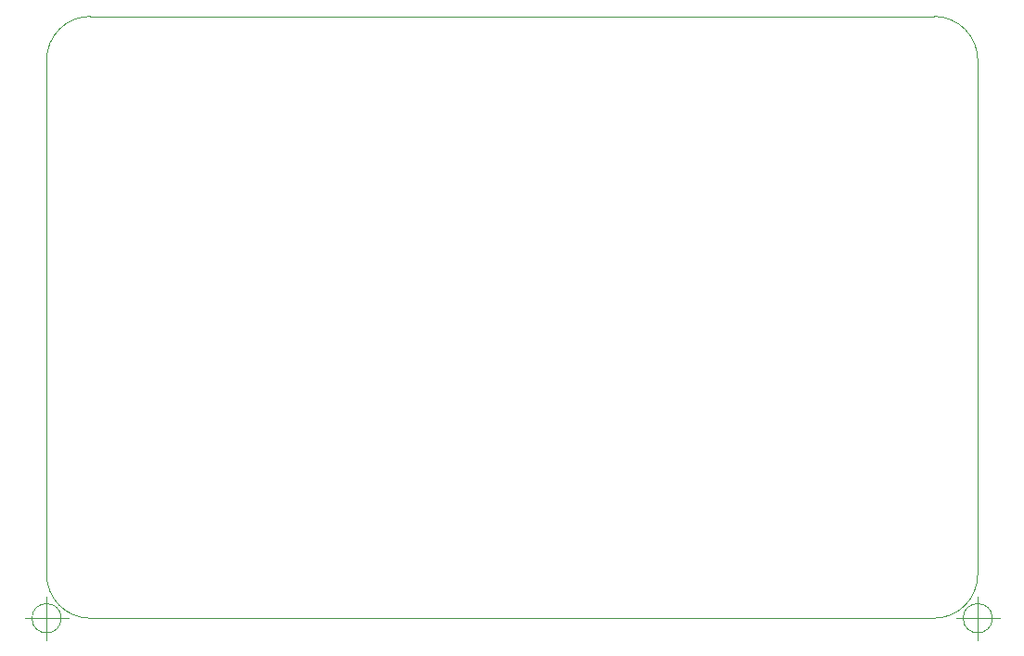
<source format=gbr>
G04 #@! TF.GenerationSoftware,KiCad,Pcbnew,(6.0.8)*
G04 #@! TF.CreationDate,2022-12-12T15:57:36+01:00*
G04 #@! TF.ProjectId,TMCM-1290-EVAL_v1.0,544d434d-2d31-4323-9930-2d4556414c5f,rev?*
G04 #@! TF.SameCoordinates,PX3c8eee0PY8eeaea0*
G04 #@! TF.FileFunction,Profile,NP*
%FSLAX46Y46*%
G04 Gerber Fmt 4.6, Leading zero omitted, Abs format (unit mm)*
G04 Created by KiCad (PCBNEW (6.0.8)) date 2022-12-12 15:57:36*
%MOMM*%
%LPD*%
G01*
G04 APERTURE LIST*
G04 #@! TA.AperFunction,Profile*
%ADD10C,0.100000*%
G04 #@! TD*
G04 #@! TA.AperFunction,Profile*
%ADD11C,0.050000*%
G04 #@! TD*
G04 APERTURE END LIST*
D10*
X0Y4000000D02*
G75*
G03*
X4000000Y0I4000000J0D01*
G01*
X81000000Y0D02*
G75*
G03*
X85000000Y4000000I0J4000000D01*
G01*
X0Y51000000D02*
X0Y4000000D01*
X4000000Y55000000D02*
G75*
G03*
X0Y51000000I0J-4000000D01*
G01*
X85000000Y4000000D02*
X85000000Y51000000D01*
X85000000Y51000000D02*
G75*
G03*
X81000000Y55000000I-4000000J0D01*
G01*
X4000000Y0D02*
X81000000Y0D01*
X81000000Y55000000D02*
X4000000Y55000000D01*
D11*
X1333333Y0D02*
G75*
G03*
X1333333Y0I-1333333J0D01*
G01*
X-2000000Y0D02*
X2000000Y0D01*
X0Y2000000D02*
X0Y-2000000D01*
X86333333Y0D02*
G75*
G03*
X86333333Y0I-1333333J0D01*
G01*
X83000000Y0D02*
X87000000Y0D01*
X85000000Y2000000D02*
X85000000Y-2000000D01*
M02*

</source>
